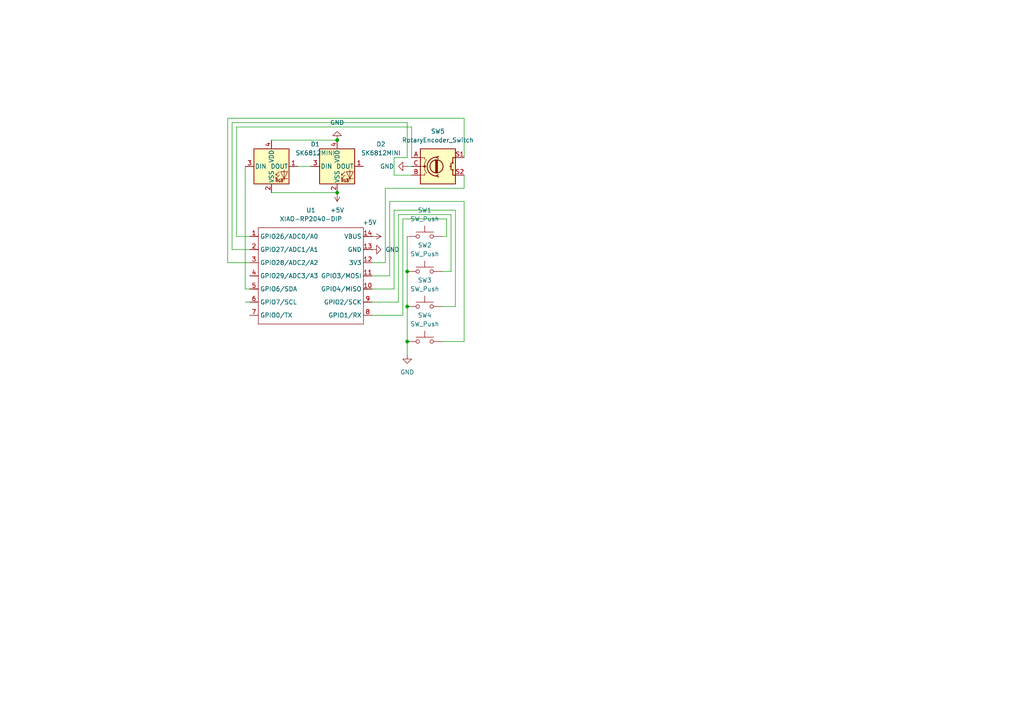
<source format=kicad_sch>
(kicad_sch (version 20250114) (generator "eeschema") (generator_version "9.0")
  (paper "A4")
  (lib_symbols
    (symbol "Device:RotaryEncoder_Switch" (pin_names (offset 0.254) (hide yes))
      (property "Reference" "SW" (at 0 6.604 0))
      (property "Value" "RotaryEncoder_Switch" (at 0 -6.604 0))
      (symbol "RotaryEncoder_Switch_0_1"
        (rectangle (start -5.08 5.08) (end 5.08 -5.08) (stroke (width 0.254)) (fill (type background)))
        (polyline (pts (xy -5.08 2.54) (xy -3.81 2.54) (xy -3.81 2.032)))
        (polyline (pts (xy -5.08 0) (xy -3.81 0) (xy -3.81 -1.016) (xy -3.302 -2.032)))
        (polyline (pts (xy -5.08 -2.54) (xy -3.81 -2.54) (xy -3.81 -2.032)))
        (polyline (pts (xy -4.318 0) (xy -3.81 0) (xy -3.81 1.016) (xy -3.302 2.032)))
        (circle (center -3.81 0) (radius 0.254) (fill (type outline)))
        (polyline (pts (xy -0.635 -1.778) (xy -0.635 1.778)) (stroke (width 0.254)))
        (circle (center -0.381 0) (radius 1.905) (stroke (width 0.254)))
        (polyline (pts (xy -0.381 -1.778) (xy -0.381 1.778)) (stroke (width 0.254)))
        (arc (start -0.381 -2.794) (mid -3.0988 -0.0635) (end -0.381 2.667) (stroke (width 0.254)))
        (polyline (pts (xy -0.127 1.778) (xy -0.127 -1.778)) (stroke (width 0.254)))
        (polyline (pts (xy 0.254 2.921) (xy -0.508 2.667) (xy 0.127 2.286)) (stroke (width 0.254)))
        (polyline (pts (xy 0.254 -3.048) (xy -0.508 -2.794) (xy 0.127 -2.413)) (stroke (width 0.254)))
        (polyline (pts (xy 3.81 1.016) (xy 3.81 -1.016)) (stroke (width 0.254)))
        (polyline (pts (xy 3.81 0) (xy 3.429 0)) (stroke (width 0.254)))
        (circle (center 4.318 1.016) (radius 0.127) (stroke (width 0.254)))
        (circle (center 4.318 -1.016) (radius 0.127) (stroke (width 0.254)))
        (polyline (pts (xy 5.08 2.54) (xy 4.318 2.54) (xy 4.318 1.016)) (stroke (width 0.254)))
        (polyline (pts (xy 5.08 -2.54) (xy 4.318 -2.54) (xy 4.318 -1.016)) (stroke (width 0.254)))
      )
      (symbol "RotaryEncoder_Switch_1_1"
        (pin passive line (at -7.62 2.54 0) (length 2.54) (name "A") (number "A"))
        (pin passive line (at -7.62 0 0) (length 2.54) (name "C") (number "C"))
        (pin passive line (at -7.62 -2.54 0) (length 2.54) (name "B") (number "B"))
        (pin passive line (at 7.62 2.54 180) (length 2.54) (name "S1") (number "S1"))
        (pin passive line (at 7.62 -2.54 180) (length 2.54) (name "S2") (number "S2"))
      )
    )
    (symbol "LED:SK6812MINI" (pin_names (offset 0.254))
      (property "Reference" "D" (at 5.08 5.715 0))
      (property "Value" "SK6812MINI" (at 1.27 -5.715 0))
      (symbol "SK6812MINI_0_0"
        (text "RGB" (at 2.286 -4.191 0) (effects (font (size 0.762 0.762))))
      )
      (symbol "SK6812MINI_0_1"
        (polyline (pts (xy 1.27 -2.54) (xy 1.778 -2.54)))
        (polyline (pts (xy 1.27 -3.556) (xy 1.778 -3.556)))
        (polyline (pts (xy 2.286 -1.524) (xy 1.27 -2.54) (xy 1.27 -2.032)))
        (polyline (pts (xy 2.286 -2.54) (xy 1.27 -3.556) (xy 1.27 -3.048)))
        (polyline (pts (xy 3.683 -1.016) (xy 3.683 -3.556) (xy 3.683 -4.064)))
        (polyline (pts (xy 4.699 -1.524) (xy 2.667 -1.524) (xy 3.683 -3.556) (xy 4.699 -1.524)))
        (polyline (pts (xy 4.699 -3.556) (xy 2.667 -3.556)))
        (rectangle (start 5.08 5.08) (end -5.08 -5.08) (stroke (width 0.254)) (fill (type background)))
      )
      (symbol "SK6812MINI_1_1"
        (pin input line (at -7.62 0 0) (length 2.54) (name "DIN") (number "3"))
        (pin power_in line (at 0 7.62 270) (length 2.54) (name "VDD") (number "4"))
        (pin power_in line (at 0 -7.62 90) (length 2.54) (name "VSS") (number "2"))
        (pin output line (at 7.62 0 180) (length 2.54) (name "DOUT") (number "1"))
      )
    )
    (symbol "OPL:XIAO-RP2040-DIP"
      (property "Reference" "U" (at 0 0 0))
      (property "Value" "XIAO-RP2040-DIP" (at 5.334 -1.778 0))
      (symbol "XIAO-RP2040-DIP_1_0"
        (polyline (pts (xy -1.27 -2.54) (xy 29.21 -2.54)) (stroke (width 0.1524)))
        (polyline (pts (xy -1.27 -5.08) (xy -2.54 -5.08)) (stroke (width 0.1524)))
        (polyline (pts (xy -1.27 -5.08) (xy -1.27 -2.54)) (stroke (width 0.1524)))
        (polyline (pts (xy -1.27 -8.89) (xy -2.54 -8.89)) (stroke (width 0.1524)))
        (polyline (pts (xy -1.27 -8.89) (xy -1.27 -5.08)) (stroke (width 0.1524)))
        (polyline (pts (xy -1.27 -12.7) (xy -2.54 -12.7)) (stroke (width 0.1524)))
        (polyline (pts (xy -1.27 -12.7) (xy -1.27 -8.89)) (stroke (width 0.1524)))
        (polyline (pts (xy -1.27 -16.51) (xy -2.54 -16.51)) (stroke (width 0.1524)))
        (polyline (pts (xy -1.27 -16.51) (xy -1.27 -12.7)) (stroke (width 0.1524)))
        (polyline (pts (xy -1.27 -20.32) (xy -2.54 -20.32)) (stroke (width 0.1524)))
        (polyline (pts (xy -1.27 -24.13) (xy -2.54 -24.13)) (stroke (width 0.1524)))
        (polyline (pts (xy -1.27 -27.94) (xy -2.54 -27.94)) (stroke (width 0.1524)))
        (polyline (pts (xy -1.27 -30.48) (xy -1.27 -16.51)) (stroke (width 0.1524)))
        (polyline (pts (xy 29.21 -2.54) (xy 29.21 -5.08)) (stroke (width 0.1524)))
        (polyline (pts (xy 29.21 -5.08) (xy 29.21 -8.89)) (stroke (width 0.1524)))
        (polyline (pts (xy 29.21 -8.89) (xy 29.21 -12.7)) (stroke (width 0.1524)))
        (polyline (pts (xy 29.21 -12.7) (xy 29.21 -30.48)) (stroke (width 0.1524)))
        (polyline (pts (xy 29.21 -30.48) (xy -1.27 -30.48)) (stroke (width 0.1524)))
        (polyline (pts (xy 30.48 -5.08) (xy 29.21 -5.08)) (stroke (width 0.1524)))
        (polyline (pts (xy 30.48 -8.89) (xy 29.21 -8.89)) (stroke (width 0.1524)))
        (polyline (pts (xy 30.48 -12.7) (xy 29.21 -12.7)) (stroke (width 0.1524)))
        (polyline (pts (xy 30.48 -16.51) (xy 29.21 -16.51)) (stroke (width 0.1524)))
        (polyline (pts (xy 30.48 -20.32) (xy 29.21 -20.32)) (stroke (width 0.1524)))
        (polyline (pts (xy 30.48 -24.13) (xy 29.21 -24.13)) (stroke (width 0.1524)))
        (polyline (pts (xy 30.48 -27.94) (xy 29.21 -27.94)) (stroke (width 0.1524)))
        (pin passive line (at -3.81 -5.08 0) (length 2.54) (name "GPIO26/ADC0/A0") (number "1"))
        (pin passive line (at -3.81 -8.89 0) (length 2.54) (name "GPIO27/ADC1/A1") (number "2"))
        (pin passive line (at -3.81 -12.7 0) (length 2.54) (name "GPIO28/ADC2/A2") (number "3"))
        (pin passive line (at -3.81 -16.51 0) (length 2.54) (name "GPIO29/ADC3/A3") (number "4"))
        (pin passive line (at -3.81 -20.32 0) (length 2.54) (name "GPIO6/SDA") (number "5"))
        (pin passive line (at -3.81 -24.13 0) (length 2.54) (name "GPIO7/SCL") (number "6"))
        (pin passive line (at -3.81 -27.94 0) (length 2.54) (name "GPIO0/TX") (number "7"))
        (pin passive line (at 31.75 -5.08 180) (length 2.54) (name "VBUS") (number "14"))
        (pin passive line (at 31.75 -8.89 180) (length 2.54) (name "GND") (number "13"))
        (pin passive line (at 31.75 -12.7 180) (length 2.54) (name "3V3") (number "12"))
        (pin passive line (at 31.75 -16.51 180) (length 2.54) (name "GPIO3/MOSI") (number "11"))
        (pin passive line (at 31.75 -20.32 180) (length 2.54) (name "GPIO4/MISO") (number "10"))
        (pin passive line (at 31.75 -24.13 180) (length 2.54) (name "GPIO2/SCK") (number "9"))
        (pin passive line (at 31.75 -27.94 180) (length 2.54) (name "GPIO1/RX") (number "8"))
      )
    )
    (symbol "Switch:SW_Push" (pin_numbers (hide yes)) (pin_names (offset 1.016) (hide yes))
      (property "Reference" "SW" (at 1.27 2.54 0))
      (property "Value" "SW_Push" (at 0 -1.524 0))
      (symbol "SW_Push_0_1"
        (circle (center -2.032 0) (radius 0.508))
        (polyline (pts (xy 0 1.27) (xy 0 3.048)))
        (circle (center 2.032 0) (radius 0.508))
        (polyline (pts (xy 2.54 1.27) (xy -2.54 1.27)))
        (pin passive line (at -5.08 0 0) (length 2.54) (name "1") (number "1"))
        (pin passive line (at 5.08 0 180) (length 2.54) (name "2") (number "2"))
      )
    )
    (symbol "power:+5V" (power) (pin_numbers (hide yes)) (pin_names (offset 0) (hide yes))
      (property "Value" "+5V" (at 0 3.556 0))
      (symbol "+5V_0_1"
        (polyline (pts (xy -0.762 1.27) (xy 0 2.54)))
        (polyline (pts (xy 0 2.54) (xy 0.762 1.27)))
        (polyline (pts (xy 0 0) (xy 0 2.54)))
      )
      (symbol "+5V_1_1"
        (pin power_in line (at 0 0 90) (length 0) (name "~") (number "1"))
      )
    )
    (symbol "power:GND" (power) (pin_numbers (hide yes)) (pin_names (offset 0) (hide yes))
      (property "Value" "GND" (at 0 -3.81 0))
      (symbol "GND_0_1"
        (polyline (pts (xy 0 0) (xy 0 -1.27) (xy 1.27 -1.27) (xy 0 -2.54) (xy -1.27 -1.27) (xy 0 -1.27)))
      )
      (symbol "GND_1_1"
        (pin power_in line (at 0 0 270) (length 0) (name "~") (number "1"))
      )
    )
  )
  (junction (at 97.79 55.88))
  (junction (at 97.79 40.64))
  (junction (at 118.11 88.9))
  (junction (at 118.11 99.06))
  (junction (at 118.11 78.74))
  (wire (pts (xy 114.3 83.82) (xy 114.3 60.96)))
  (wire (pts (xy 71.12 48.26) (xy 71.12 83.82)))
  (wire (pts (xy 118.11 88.9) (xy 118.11 99.06)))
  (wire (pts (xy 134.62 45.72) (xy 134.62 34.29)))
  (wire (pts (xy 128.27 78.74) (xy 130.81 78.74)))
  (wire (pts (xy 71.12 87.63) (xy 72.39 87.63)))
  (wire (pts (xy 107.95 80.01) (xy 113.03 80.01)))
  (wire (pts (xy 118.11 35.56) (xy 67.31 35.56)))
  (wire (pts (xy 113.03 58.42) (xy 134.62 58.42)))
  (wire (pts (xy 129.54 63.5) (xy 129.54 68.58)))
  (wire (pts (xy 114.3 50.8) (xy 119.38 50.8)))
  (wire (pts (xy 68.58 68.58) (xy 72.39 68.58)))
  (wire (pts (xy 115.57 87.63) (xy 115.57 62.23)))
  (wire (pts (xy 132.08 88.9) (xy 128.27 88.9)))
  (wire (pts (xy 113.03 80.01) (xy 113.03 58.42)))
  (wire (pts (xy 132.08 60.96) (xy 132.08 88.9)))
  (wire (pts (xy 107.95 76.2) (xy 111.76 76.2)))
  (wire (pts (xy 86.36 48.26) (xy 90.17 48.26)))
  (wire (pts (xy 115.57 62.23) (xy 130.81 62.23)))
  (wire (pts (xy 118.11 35.56) (xy 118.11 45.72)))
  (wire (pts (xy 114.3 45.72) (xy 118.11 45.72)))
  (wire (pts (xy 78.74 40.64) (xy 97.79 40.64)))
  (wire (pts (xy 114.3 50.8) (xy 114.3 45.72)))
  (wire (pts (xy 119.38 36.83) (xy 68.58 36.83)))
  (wire (pts (xy 116.84 91.44) (xy 116.84 63.5)))
  (wire (pts (xy 71.12 83.82) (xy 72.39 83.82)))
  (wire (pts (xy 66.04 76.2) (xy 72.39 76.2)))
  (wire (pts (xy 107.95 91.44) (xy 116.84 91.44)))
  (wire (pts (xy 119.38 45.72) (xy 119.38 36.83)))
  (wire (pts (xy 134.62 54.61) (xy 134.62 50.8)))
  (wire (pts (xy 119.38 48.26) (xy 118.11 48.26)))
  (wire (pts (xy 107.95 83.82) (xy 114.3 83.82)))
  (wire (pts (xy 68.58 36.83) (xy 68.58 68.58)))
  (wire (pts (xy 111.76 76.2) (xy 111.76 54.61)))
  (wire (pts (xy 128.27 68.58) (xy 129.54 68.58)))
  (wire (pts (xy 67.31 72.39) (xy 72.39 72.39)))
  (wire (pts (xy 134.62 99.06) (xy 128.27 99.06)))
  (wire (pts (xy 130.81 62.23) (xy 130.81 78.74)))
  (wire (pts (xy 118.11 78.74) (xy 118.11 88.9)))
  (wire (pts (xy 118.11 99.06) (xy 118.11 102.87)))
  (wire (pts (xy 114.3 60.96) (xy 132.08 60.96)))
  (wire (pts (xy 134.62 34.29) (xy 66.04 34.29)))
  (wire (pts (xy 111.76 54.61) (xy 134.62 54.61)))
  (wire (pts (xy 118.11 68.58) (xy 118.11 78.74)))
  (wire (pts (xy 107.95 87.63) (xy 115.57 87.63)))
  (wire (pts (xy 78.74 55.88) (xy 97.79 55.88)))
  (wire (pts (xy 67.31 35.56) (xy 67.31 72.39)))
  (wire (pts (xy 66.04 34.29) (xy 66.04 76.2)))
  (wire (pts (xy 134.62 58.42) (xy 134.62 99.06)))
  (wire (pts (xy 116.84 63.5) (xy 129.54 63.5)))
  (symbol (lib_id "power:GND") (at 97.79 40.64 180) (unit 1)
    (property "Reference" "#PWR05" (effects (hide yes)))
    (property "Value" "GND" (at 97.79 35.56 0))
    (property "Description" "Power symbol creates a global label with name \"GND\" , ground" (effects (hide yes)))
  )
  (symbol (lib_id "LED:SK6812MINI") (at 97.79 48.26 0) (unit 1)
    (property "Reference" "D2" (at 110.49 41.8398 0))
    (property "Value" "SK6812MINI" (at 110.49 44.3798 0))
    (property "Footprint" "LED_SMD:LED_SK6812MINI_PLCC4_3.5x3.5mm_P1.75mm" (effects (hide yes)))
    (property "Datasheet" "https://cdn-shop.adafruit.com/product-files/2686/SK6812MINI_REV.01-1-2.pdf" (effects (hide yes)))
    (property "Description" "RGB LED with integrated controller" (effects (hide yes)))
  )
  (symbol (lib_id "Switch:SW_Push") (at 123.19 78.74 0) (unit 1)
    (property "Reference" "SW2" (at 123.19 71.12 0))
    (property "Value" "SW_Push" (at 123.19 73.66 0))
    (property "Footprint" "Button_Switch_Keyboard:SW_Cherry_MX_1.00u_PCB" (effects (hide yes)))
    (property "Description" "Push button switch, generic, two pins" (effects (hide yes)))
  )
  (symbol (lib_id "power:+5V") (at 107.95 68.58 270) (unit 1)
    (property "Reference" "#PWR03" (effects (hide yes)))
    (property "Value" "+5V" (at 105.156 64.516 90) (effects (justify left)))
    (property "Description" "Power symbol creates a global label with name \"+5V\"" (effects (hide yes)))
  )
  (symbol (lib_id "Switch:SW_Push") (at 123.19 99.06 0) (unit 1)
    (property "Reference" "SW4" (at 123.19 91.44 0))
    (property "Value" "SW_Push" (at 123.19 93.98 0))
    (property "Footprint" "Button_Switch_Keyboard:SW_Cherry_MX_1.00u_PCB" (effects (hide yes)))
    (property "Description" "Push button switch, generic, two pins" (effects (hide yes)))
  )
  (symbol (lib_id "OPL:XIAO-RP2040-DIP") (at 76.2 63.5 0) (unit 1)
    (property "Reference" "U1" (at 90.17 60.96 0))
    (property "Value" "XIAO-RP2040-DIP" (at 90.17 63.5 0))
    (property "Footprint" "OPL:XIAO-RP2040-DIP" (effects (hide yes)))
  )
  (symbol (lib_id "LED:SK6812MINI") (at 78.74 48.26 0) (unit 1)
    (property "Reference" "D1" (at 91.44 41.8398 0))
    (property "Value" "SK6812MINI" (at 91.44 44.3798 0))
    (property "Footprint" "LED_SMD:LED_SK6812MINI_PLCC4_3.5x3.5mm_P1.75mm" (effects (hide yes)))
    (property "Datasheet" "https://cdn-shop.adafruit.com/product-files/2686/SK6812MINI_REV.01-1-2.pdf" (effects (hide yes)))
    (property "Description" "RGB LED with integrated controller" (effects (hide yes)))
  )
  (symbol (lib_id "Switch:SW_Push") (at 123.19 88.9 0) (unit 1)
    (property "Reference" "SW3" (at 123.19 81.28 0))
    (property "Value" "SW_Push" (at 123.19 83.82 0))
    (property "Footprint" "Button_Switch_Keyboard:SW_Cherry_MX_1.00u_PCB" (effects (hide yes)))
    (property "Description" "Push button switch, generic, two pins" (effects (hide yes)))
  )
  (symbol (lib_id "power:GND") (at 107.95 72.39 90) (unit 1)
    (property "Reference" "#PWR02" (effects (hide yes)))
    (property "Value" "GND" (at 111.76 72.3899 90) (effects (justify right)))
    (property "Description" "Power symbol creates a global label with name \"GND\" , ground" (effects (hide yes)))
  )
  (symbol (lib_id "power:GND") (at 118.11 48.26 270) (unit 1)
    (property "Reference" "#PWR06" (effects (hide yes)))
    (property "Value" "GND" (at 114.3 48.2599 90) (effects (justify right)))
    (property "Description" "Power symbol creates a global label with name \"GND\" , ground" (effects (hide yes)))
  )
  (symbol (lib_id "power:GND") (at 118.11 102.87 0) (unit 1)
    (property "Reference" "#PWR01" (effects (hide yes)))
    (property "Value" "GND" (at 118.11 107.95 0))
    (property "Description" "Power symbol creates a global label with name \"GND\" , ground" (effects (hide yes)))
  )
  (symbol (lib_id "Switch:SW_Push") (at 123.19 68.58 0) (unit 1)
    (property "Reference" "SW1" (at 123.19 60.96 0))
    (property "Value" "SW_Push" (at 123.19 63.5 0))
    (property "Footprint" "Button_Switch_Keyboard:SW_Cherry_MX_1.00u_PCB" (effects (hide yes)))
    (property "Description" "Push button switch, generic, two pins" (effects (hide yes)))
  )
  (symbol (lib_id "power:+5V") (at 97.79 55.88 180) (unit 1)
    (property "Reference" "#PWR04" (effects (hide yes)))
    (property "Value" "+5V" (at 97.79 60.96 0))
    (property "Description" "Power symbol creates a global label with name \"+5V\"" (effects (hide yes)))
  )
  (symbol (lib_id "Device:RotaryEncoder_Switch") (at 127 48.26 0) (unit 1)
    (property "Reference" "SW5" (at 127 38.1 0))
    (property "Value" "RotaryEncoder_Switch" (at 127 40.64 0))
    (property "Footprint" "Rotary_Encoder:RotaryEncoder_Alps_EC11E-Switch_Vertical_H20mm" (effects (hide yes)))
    (property "Description" "Rotary encoder, dual channel, incremental quadrate outputs, with switch" (effects (hide yes)))
  )
)
</source>
